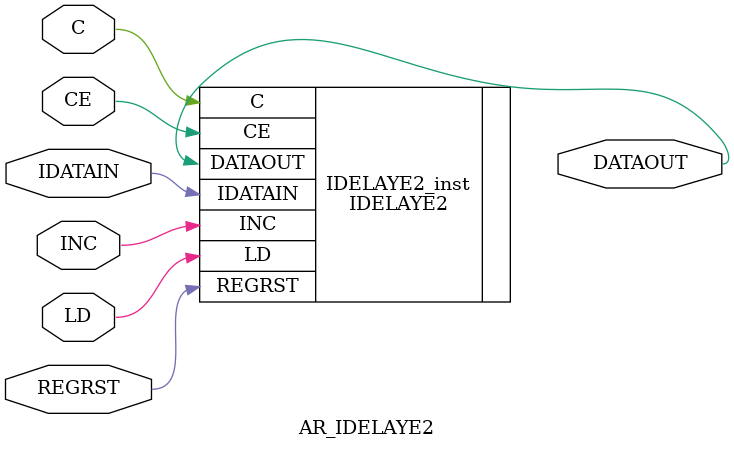
<source format=v>


// This wrapper's sole purpose is to pass the IODELAY_GRP parameter to the
// IODELAY_GROUP attribute)


module AR_IDELAYE2#(
  parameter IODELAY_GRP  = "IODELAY_BOGUS",   // Pass in IODELAY_GROUP
  parameter IDELAY_VALUE = 0)
 ( 
 input  REGRST,
 input  C,
 input  CE,
 input  INC,
 input  LD,
 input  IDATAIN,
 output DATAOUT
 );
  

  (* IODELAY_GROUP = IODELAY_GRP *) // Specifies group name for associated IDELAYs/ODELAYs and IDELAYCTRL
  IDELAYE2 #(
//.CINVCTRL_SEL("FALSE"),          // Enable dynamic clock inversion (FALSE, TRUE)
//.DELAY_SRC("IDATAIN"),           // Delay input (IDATAIN, DATAIN)
//.HIGH_PERFORMANCE_MODE("FALSE"), // Reduced jitter ("TRUE"), Reduced power ("FALSE")
//.IDELAY_TYPE("FIXED"),           // FIXED, VARIABLE, VAR_LOAD, VAR_LOAD_PIPE
  .IDELAY_VALUE(IDELAY_VALUE)      // Input delay tap setting (0-31)
//.PIPE_SEL("FALSE"),              // Select pipelined mode, FALSE, TRUE
//.REFCLK_FREQUENCY(200.0),        // IDELAYCTRL clock input frequency in MHz (190.0-210.0).
//.SIGNAL_PATTERN("DATA")          // DATA, CLOCK input signal
  )
  IDELAYE2_inst (
//.CNTVALUEOUT(CNTVALUEOUT),       // 5-bit output: Counter value output
  .DATAOUT(DATAOUT),               // 1-bit output: Delayed data output
  .C(C),                           // 1-bit input: Clock input
  .CE(CE),                         // 1-bit input: Active high enable increment/decrement input
//.CINVCTRL(CINVCTRL),             // 1-bit input: Dynamic clock inversion input
//.CNTVALUEIN(CNTVALUEIN),         // 5-bit input: Counter value input
//.DATAIN(DATAIN),                 // 1-bit input: Internal delay data input
  .IDATAIN(IDATAIN),               // 1-bit input: Data input from the I/O
  .INC(INC),                       // 1-bit input: Increment / Decrement tap delay input
  .LD(LD),                         // 1-bit input: Load IDELAY_VALUE input
//.LDPIPEEN(LDPIPEEN),             // 1-bit input: Enable PIPELINE register to load data input
  .REGRST(REGRST)                  // 1-bit input: Active-high reset tap-delay input
);

endmodule

</source>
